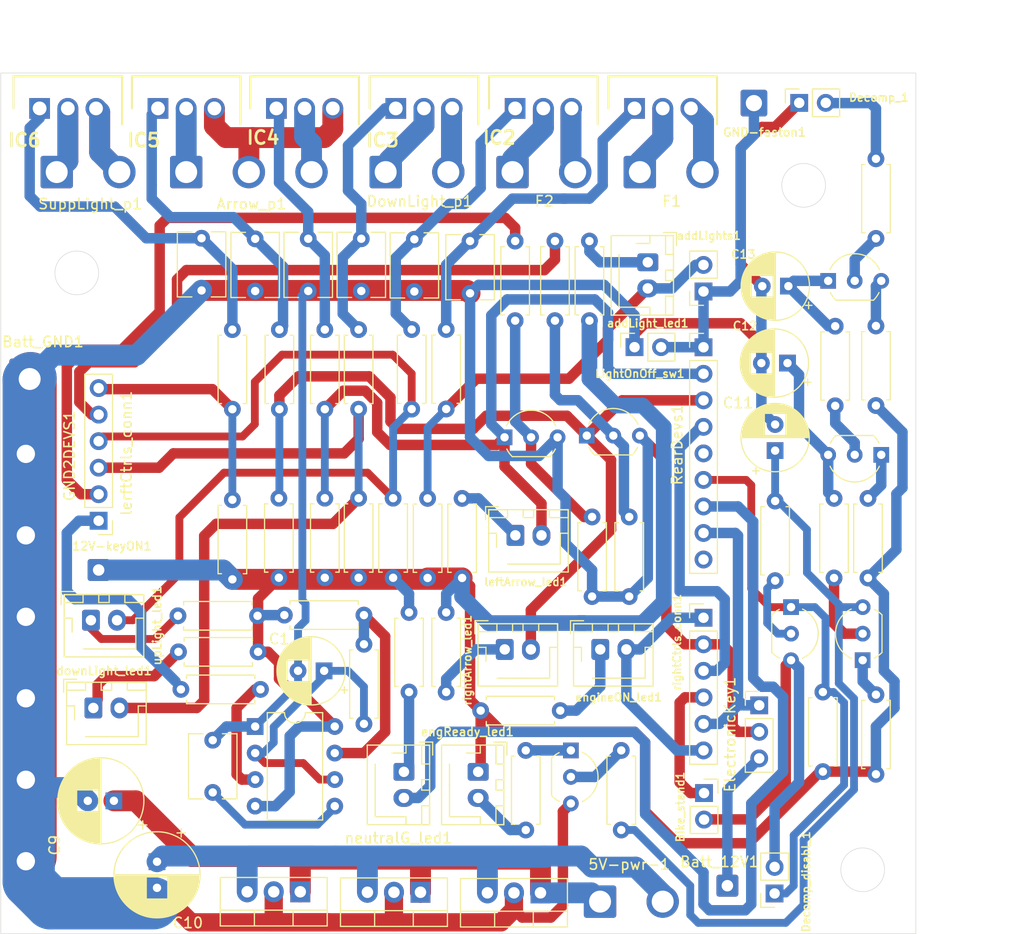
<source format=kicad_pcb>
(kicad_pcb (version 20211014) (generator pcbnew)
  (title_block (title "Impianto elettrico moto") (rev "4.0") (comment 1 "Cirsuito con supporto luci addizionali e senza  luci di posizione") (comment 2 "Supporto decompressore + byke-stand") (comment 3 "Connettore chiave elettronica"))
  (layers (0 "F.Cu" signal) (31 "B.Cu" signal) (34 "B.Paste" user) (35 "F.Paste" user) (36 "B.SilkS" user "B.Silkscreen") (37 "F.SilkS" user "F.Silkscreen") (38 "B.Mask" user) (39 "F.Mask" user) (44 "Edge.Cuts" user))
  (net 0 "")
  (net 1 "Net-(Q_arr2-Pad2)")
  (net 2 "Net-(Q_arr1-Pad2)")
  (net 3 "GND")
  (net 4 "Net-(RA1-Pad2)")
  (net 5 "Net-(RA2-Pad2)")
  (net 6 "Net-(C1-Pad1)")
  (net 7 "+12V")
  (net 8 "Net-(C2-Pad2)")
  (net 9 "Net-(RC1-Pad1)")
  (net 10 "Net-(Q_arr1-Pad1)")
  (net 11 "Net-(RBT2-Pad2)")
  (net 12 "Net-(RBT6-Pad2)")
  (net 13 "Net-(Q_arr2-Pad1)")
  (net 14 "Net-(RA7-Pad1)")
  (net 15 "Net-(C8-Pad1)")
  (net 16 "Net-(RearDevs1-Pad7)")
  (net 17 "Net-(engineON_led1-Pad2)")
  (net 18 "Net-(RL6-Pad1)")
  (net 19 "Net-(RL1-Pad1)")
  (net 20 "Net-(RL2-Pad1)")
  (net 21 "Net-(RL5-Pad1)")
  (net 22 "Net-(RL4-Pad1)")
  (net 23 "Net-(RL3-Pad1)")
  (net 26 "Net-(C7-Pad1)")
  (net 27 "Net-(RearDevs1-Pad4)")
  (net 28 "Net-(RL7-Pad1)")
  (net 29 "Net-(RBT1-Pad2)")
  (net 30 "Net-(C6-Pad1)")
  (net 31 "Net-(C5-Pad1)")
  (net 32 "Net-(BT5-Pad1)")
  (net 33 "Net-(C4-Pad1)")
  (net 34 "Net-(C3-Pad1)")
  (net 35 "Net-(F1-Pad1)")
  (net 36 "Net-(F1-Pad2)")
  (net 37 "Net-(F2-Pad1)")
  (net 38 "Net-(F2-Pad2)")
  (net 39 "Net-(Decomp_1-Pad2)")
  (net 40 "Net-(DownLight_p1-Pad1)")
  (net 41 "Net-(DownLight_p1-Pad2)")
  (net 42 "Net-(GND-faston1-Pad1)")
  (net 43 "Net-(C13-Pad1)")
  (net 44 "Net-(C11-Pad1)")
  (net 45 "Net-(C12-Pad1)")
  (net 46 "Net-(5V-pwr-1-Pad1)")
  (net 47 "Net-(5V-pwr-1-Pad2)")
  (net 48 "Net-(DC4-Pad1)")
  (net 49 "Net-(DC1-Pad2)")
  (net 50 "Net-(DC5-Pad1)")
  (net 51 "Net-(DC2-Pad2)")
  (net 52 "Net-(DC5-Pad2)")
  (net 53 "Net-(DC3-Pad2)")
  (net 54 "Net-(DC4-Pad2)")
  (net 55 "Net-(DC1-Pad3)")
  (net 56 "Net-(DC2-Pad1)")
  (net 57 "Net-(DC3-Pad1)")
  (net 58 "Net-(Bike_stand1-Pad1)")
  (net 59 "Net-(Arrow_p1-Pad3)")
  (net 60 "Net-(Arrow_p1-Pad2)")
  (net 61 "Net-(RE1-Pad1)")
  (net 62 "Net-(RE1-Pad2)")
  (net 63 "Net-(Bike_stand1-Pad2)")
  (net 64 "Net-(Arrow_p1-Pad1)")
  (net 65 "Net-(IC6-Pad2)")
  (net 66 "Net-(IC6-Pad3)")
  (net 67 "Net-(Batt_12V1-Pad1)")
  (net 68 "Net-(ElectronicKey1-Pad1)")
  (footprint "Resistor_THT:R_Axial_DIN0207_L6.3mm_D2.5mm_P7.62mm_Horizontal" (layer "F.Cu") (at 176.284 79.39 90)
    (fp_text reference "RA2" hide)
    (fp_text value "5K")
  )
  (footprint "BDX34C:TO270P460X1020X2008-3P" (layer "F.Cu") (at 149.614 59.07)
    (fp_text reference "IC4")
    (fp_text value "BDX34C" hide)
  )
  (footprint "Package_DIP:DIP-8_W7.62mm" (layer "F.Cu") (at 147.582 118.252)
    (fp_text reference "sqWaveGen1" hide)
    (fp_text value "NE555P")
  )
  (footprint "Connector_Wire:SolderWire-1.5sqmm_1x02_P6mm_D1.7mm_OD3mm" (layer "F.Cu") (at 160.076 65.166)
    (fp_text reference "DownLight_p1")
    (fp_text value "Conn_01x02" hide)
  )
  (footprint "Capacitor_THT:C_Disc_D6.0mm_W4.4mm_P5.00mm" (layer "F.Cu") (at 152.662 71.55 -90)
    (fp_text reference "C5" hide)
    (fp_text value "100nf")
  )
  (footprint "Connector_Wire:SolderWire-1.5sqmm_1x01_D1.7mm_OD3.9mm" (layer "F.Cu") (at 125.992 84.978)
    (fp_text reference "Batt_GND1")
    (fp_text value "Conn_01x01" hide)
  )
  (footprint "Resistor_THT:R_Axial_DIN0207_L6.3mm_D2.5mm_P7.62mm_Horizontal" (layer "F.Cu") (at 207.018 115.204 -90)
    (fp_text reference "RL8" hide)
    (fp_text value "1.2K")
  )
  (footprint "Connector_JST:JST_XH_B2B-XH-AM_1x02_P2.50mm_Vertical" (layer "F.Cu") (at 185.174 73.802 -90)
    (fp_text reference "addLight_led1")
    (fp_text value "Conn_01x02" hide)
  )
  (footprint "Connector_Wire:SolderWire-0.5sqmm_1x01_D0.9mm_OD2.1mm" (layer "F.Cu") (at 132.596 103.266)
    (fp_text reference "12V-keyON1")
    (fp_text value "Conn_01x01" hide)
  )
  (footprint "Connector_JST:JST_XH_B2B-XH-AM_1x02_P2.50mm_Vertical" (layer "F.Cu") (at 168.935 122.59 -90)
    (fp_text reference "engReady_led1")
    (fp_text value "Conn_01x02" hide)
  )
  (footprint "Capacitor_THT:CP_Radial_D8.0mm_P2.50mm" (layer "F.Cu") (at 134.055953 125.364 180)
    (fp_text reference "C9")
    (fp_text value "C_Polarized_Small" hide)
  )
  (footprint "Capacitor_THT:CP_Radial_D6.3mm_P2.50mm" (layer "F.Cu") (at 198.54838 83.454 180)
    (fp_text reference "C12")
    (fp_text value "50uF")
  )
  (footprint "Package_TO_SOT_THT:TO-92_Inline_Wide" (layer "F.Cu") (at 205.748 111.902 90)
    (fp_text reference "DC3" hide)
    (fp_text value "BC337")
  )
  (footprint "Resistor_THT:R_Axial_DIN0207_L6.3mm_D2.5mm_P7.62mm_Horizontal" (layer "F.Cu") (at 179.84 105.806 90)
    (fp_text reference "RB1" hide)
    (fp_text value "100K")
  )
  (footprint "BDX34C:TO270P460X1020X2008-3P" (layer "F.Cu") (at 161.044 59.07)
    (fp_text reference "IC3")
    (fp_text value "BDX34C" hide)
  )
  (footprint "Connector_Wire:SolderWire-1.5sqmm_1x02_P6mm_D1.7mm_OD3mm" (layer "F.Cu") (at 184.412 65.166)
    (fp_text reference "F1")
    (fp_text value "Conn_01x02" hide)
  )
  (footprint "Connector_JST:JST_XH_B2B-XH-AM_1x02_P2.50mm_Vertical" (layer "F.Cu") (at 172.494 99.947)
    (fp_text reference "leftArrow_led1")
    (fp_text value "Conn_01x02" hide)
  )
  (footprint "Resistor_THT:R_Axial_DIN0207_L6.3mm_D2.5mm_P7.62mm_Horizontal" (layer "F.Cu") (at 165.872 87.85 90)
    (fp_text reference "RTA6" hide)
    (fp_text value "1.2K")
  )
  (footprint "Package_TO_SOT_THT:TO-220-3_Vertical" (layer "F.Cu") (at 151.899 134.075 180)
    (fp_text reference "U3" hide)
    (fp_text value "L7805")
  )
  (footprint "Resistor_THT:R_Axial_DIN0207_L6.3mm_D2.5mm_P7.62mm_Horizontal" (layer "F.Cu") (at 206.256 96.408 -90)
    (fp_text reference "RL9" hide)
    (fp_text value "1.2K")
  )
  (footprint "Connector_Wire:SolderWire-1.5sqmm_1x02_P6mm_D1.7mm_OD3mm" (layer "F.Cu") (at 172.22 65.166)
    (fp_text reference "F2")
    (fp_text value "Conn_01x02" hide)
  )
  (footprint "Resistor_THT:R_Axial_DIN0207_L6.3mm_D2.5mm_P7.62mm_Horizontal" (layer "F.Cu") (at 149.85 96.39 -90)
    (fp_text reference "RBT4" hide)
    (fp_text value "100K")
  )
  (footprint "Package_TO_SOT_THT:TO-92_Inline_Wide" (layer "F.Cu") (at 198.89 106.822 -90)
    (fp_text reference "DC4" hide)
    (fp_text value "BC337")
  )
  (footprint "Connector_PinSocket_2.54mm:PinSocket_1x02_P2.54mm_Vertical" (layer "F.Cu") (at 197.316 134.234 180)
    (fp_text reference "Decomp_disabl_1")
    (fp_text value "Conn_01x02" hide)
  )
  (footprint "Capacitor_THT:C_Disc_D6.0mm_W4.4mm_P5.00mm" (layer "F.Cu") (at 142.45 71.5 -90)
    (fp_text reference "C7" hide)
    (fp_text value "100nf")
  )
  (footprint "Resistor_THT:R_Axial_DIN0207_L6.3mm_D2.5mm_P7.62mm_Horizontal" (layer "F.Cu") (at 179.586 71.77 -90)
    (fp_text reference "RL7" hide)
    (fp_text value "1.2K")
  )
  (footprint "Package_TO_SOT_THT:TO-92_Inline_Wide" (layer "F.Cu") (at 179.332 90.4)
    (fp_text reference "Q_arr2" hide)
    (fp_text value "BC337")
  )
  (footprint "Connector_JST:JST_XH_B2B-XH-AM_1x02_P2.50mm_Vertical" (layer "F.Cu") (at 171.478 110.869)
    (fp_text reference "rightArrow_led1")
    (fp_text value "Conn_01x02" hide)
  )
  (footprint "Resistor_THT:R_Axial_DIN0207_L6.3mm_D2.5mm_P7.62mm_Horizontal" (layer "F.Cu") (at 197.366 96.662 -90)
    (fp_text reference "RA3" hide)
    (fp_text value "12K")
  )
  (footprint "Package_TO_SOT_THT:TO-92_Inline_Wide" (layer "F.Cu") (at 171.458 90.56)
    (fp_text reference "Q_arr1" hide)
    (fp_text value "BC337")
  )
  (footprint "Resistor_THT:R_Axial_DIN0207_L6.3mm_D2.5mm_P7.62mm_Horizontal" (layer "F.Cu") (at 162.568 80.24 -90)
    (fp_text reference "RTA1" hide)
    (fp_text value "1.2K")
  )
  (footprint "Package_TO_SOT_THT:TO-92_Inline_Wide" (layer "F.Cu") (at 207.526 92.238 180)
    (fp_text reference "DC2" hide)
    (fp_text value "BC337")
  )
  (footprint "Resistor_THT:R_Axial_DIN0207_L6.3mm_D2.5mm_P7.62mm_Horizontal" (layer "F.Cu") (at 145.4 96.54 -90)
    (fp_text reference "BT5" hide)
    (fp_text value "100K")
  )
  (footprint "BDX34C:TO270P460X1020X2008-3P" (layer "F.Cu") (at 172.474 59.07)
    (fp_text reference "IC2")
    (fp_text value "BDX34C" hide)
  )
  (footprint "Capacitor_THT:C_Disc_D6.0mm_W4.4mm_P5.00mm" (layer "F.Cu") (at 168.156 71.77 -90)
    (fp_text reference "C8" hide)
    (fp_text value "100nf")
  )
  (footprint "Resistor_THT:R_Axial_DIN0207_L6.3mm_D2.5mm_P7.62mm_Horizontal" (layer "F.Cu") (at 201.938 114.95 -90)
    (fp_text reference "RB3" hide)
    (fp_text value "100K")
  )
  (footprint "Connector_JST:JST_XH_B2B-XH-AM_1x02_P2.50mm_Vertical" (layer "F.Cu") (at 131.854 108.075)
    (fp_text reference "upLight_led1")
    (fp_text value "Conn_01x02" hide)
  )
  (footprint "BDX34C:TO270P460X1020X2008-3P" (layer "F.Cu") (at 126.944 59.07)
    (fp_text reference "IC6")
    (fp_text value "BDX34C" hide)
  )
  (footprint "Resistor_THT:R_Axial_DIN0207_L6.3mm_D2.5mm_P7.62mm_Horizontal" (layer "F.Cu") (at 157.996 107.584 180)
    (fp_text reference "RC2" hide)
    (fp_text value "100K")
  )
  (footprint "Resistor_THT:R_Axial_DIN0207_L6.3mm_D2.5mm_P7.62mm_Horizontal" (layer "F.Cu") (at 157.996 110.378 -90)
    (fp_text reference "RC1" hide)
    (fp_text value "100K")
  )
  (footprint "Resistor_THT:R_Axial_DIN0207_L6.3mm_D2.5mm_P7.62mm_Horizontal" (layer "F.Cu") (at 183.396 105.806 90)
    (fp_text reference "RB2" hide)
    (fp_text value "100K")
  )
  (footprint "Capacitor_THT:C_Disc_D6.0mm_W4.4mm_P5.00mm" (layer "F.Cu") (at 162.822 71.6 -90)
    (fp_text reference "C3" hide)
    (fp_text value "100nf")
  )
  (footprint "Resistor_THT:R_Axial_DIN0207_L6.3mm_D2.5mm_P7.62mm_Horizontal" (layer "F.Cu") (at 145.4 80.25 -90)
    (fp_text reference "RTA5" hide)
    (fp_text value "1.2K")
  )
  (footprint "Connector_PinHeader_2.54mm:PinHeader_1x06_P2.54mm_Vertical" (layer "F.Cu") (at 190.508 107.838)
    (fp_text reference "rightCtrls_conn1")
    (fp_text value "Conn_01x06" hide)
  )
  (footprint "Resistor_THT:R_Axial_DIN0207_L6.3mm_D2.5mm_P7.62mm_Horizontal" (layer "F.Cu") (at 157.488 80.25 -90)
    (fp_text reference "RTA2" hide)
    (fp_text value "1.2K")
  )
  (footprint "Connector_PinHeader_2.54mm:PinHeader_1x06_P2.54mm_Vertical" (layer "F.Cu") (at 132.596 98.55 180)
    (fp_text reference "lerftCtrls_conn1")
    (fp_text value "Conn_01x06" hide)
  )
  (footprint "Package_TO_SOT_THT:TO-220-3_Vertical" (layer "F.Cu") (at 163.409 134.12 180)
    (fp_text reference "U2" hide)
    (fp_text value "L7805")
  )
  (footprint "Resistor_THT:R_Axial_DIN0207_L6.3mm_D2.5mm_P7.62mm_Horizontal" (layer "F.Cu") (at 140.19 107.65)
    (fp_text reference "RL1" hide)
    (fp_text value "1.2K")
  )
  (footprint "Connector_PinSocket_2.54mm:PinSocket_1x02_P2.54mm_Vertical" (layer "F.Cu") (at 183.904 81.93 90)
    (fp_text reference "LightOnOff_sw1")
    (fp_text value "Conn_01x02" hide)
  )
  (footprint "Package_TO_SOT_THT:TO-92_Inline_Wide" (layer "F.Cu") (at 177.808 120.538 -90)
    (fp_text reference "DC5" hide)
    (fp_text value "BC337")
  )
  (footprint "Resistor_THT:R_Axial_DIN0207_L6.3mm_D2.5mm_P7.62mm_Horizontal" (layer "F.Cu") (at 162.314 114.95 90)
    (fp_text reference "RL5" hide)
    (fp_text value "1.2K")
  )
  (footprint "Resistor_THT:R_Axial_DIN0207_L6.3mm_D2.5mm_P7.62mm_Horizontal" (layer "F.Cu") (at 172.474 79.39 90)
    (fp_text reference "RA1" hide)
    (fp_text value "5K")
  )
  (footprint "Resistor_THT:R_Axial_DIN0207_L6.3mm_D2.5mm_P7.62mm_Horizontal" (layer "F.Cu") (at 165.87 114.95 90)
    (fp_text reference "RL4" hide)
    (fp_text value "1.2K")
  )
  (footprint "Capacitor_THT:CP_Radial_D6.3mm_P2.50mm" (layer "F.Cu") (at 197.366 91.836 90)
    (fp_text reference "C11")
    (fp_text value "50uF")
  )
  (footprint "Connector_Wire:SolderWire-0.75sqmm_1x01_D1.25mm_OD2.3mm" (layer "F.Cu") (at 195.334 58.562)
    (fp_text reference "GND-faston1")
    (fp_text value "Conn_01x01" hide)
  )
  (footprint "Connector_JST:JST_XH_B2B-XH-AM_1x02_P2.50mm_Vertical" (layer "F.Cu") (at 180.622 110.869)
    (fp_text reference "engineON_led1")
    (fp_text value "Conn_01x02" hide)
  )
  (footprint "Capacitor_THT:CP_Radial_D6.3mm_P2.50mm" (layer "F.Cu") (at 198.636 76.088 180)
    (fp_text reference "C13")
    (fp_text value "50uF")
  )
  (footprint "BDX34C:TO270P460X1020X2008-3P" (layer "F.Cu") (at 138.278 59.07)
    (fp_text reference "IC5")
    (fp_text value "BDX34C" hide)
  )
  (footprint "Resistor_THT:R_Axial_DIN0207_L6.3mm_D2.5mm_P7.62mm_Horizontal" (layer "F.Cu") (at 203.006 96.408 -90)
    (fp_text reference "RA4" hide)
    (fp_text value "24K")
  )
  (footprint "Resistor_THT:R_Axial_DIN0207_L6.3mm_D2.5mm_P7.62mm_Horizontal" (layer "F.Cu") (at 167.394 96.408 -90)
    (fp_text reference "RL3" hide)
    (fp_text value "1.2K")
  )
  (footprint "Resistor_THT:R_Axial_DIN0207_L6.3mm_D2.5mm_P7.62mm_Horizontal" (layer "F.Cu") (at 207.018 63.896 -90)
    (fp_text reference "RA8" hide)
    (fp_text value "24K")
  )
  (footprint "Connector_Wire:SolderWire-1.5sqmm_1x02_P6mm_D1.7mm_OD3mm" (layer "F.Cu") (at 128.58 65.166)
    (fp_text reference "SuppLight_p1")
    (fp_text value "Conn_01x02" hide)
  )
  (footprint "Resistor_THT:R_Axial_DIN0207_L6.3mm_D2.5mm_P7.62mm_Horizontal" (layer "F.Cu") (at 182.634 120.538 -90)
    (fp_text reference "RA5" hide)
    (fp_text value "12K")
  )
  (footprint "Resistor_THT:R_Axial_DIN0207_L6.3mm_D2.5mm_P7.62mm_Horizontal" (layer "F.Cu") (at 176.792 116.728 180)
    (fp_text reference "RL6" hide)
    (fp_text value "1.2K")
  )
  (footprint "Resistor_THT:R_Axial_DIN0207_L6.3mm_D2.5mm_P7.62mm_Horizontal" (layer "F.Cu") (at 157.488 104.01 90)
    (fp_text reference "RBT2" hide)
    (fp_text value "100K")
  )
  (footprint "Capacitor_THT:CP_Radial_D8.0mm_P2.50mm" (layer "F.Cu") (at 138.184 131.197349 -90)
    (fp_text reference "C10")
    (fp_text value "C_Polarized_Small" hide)
  )
  (footprint "Resistor_THT:R_Axial_DIN0207_L6.3mm_D2.5mm_P7.62mm_Horizontal" (layer "F.Cu") (at 207.018 79.898 -90)
    (fp_text reference "RL10" hide)
    (fp_text value "1.2K")
  )
  (footprint "Connector_Wire:SolderWire-1.5sqmm_1x03_P6mm_D1.7mm_OD3mm" (layer "F.Cu") (at 140.978 65.166)
    (fp_text reference "Arrow_p1")
    (fp_text value "Conn_01x03" hide)
  )
  (footprint "Connector_PinSocket_2.54mm:PinSocket_1x02_P2.54mm_Vertical" (layer "F.Cu") (at 190.558 124.622)
    (fp_text reference "Bike_stand1")
    (fp_text value "Conn_01x02" hide)
  )
  (footprint "Package_TO_SOT_THT:TO-220-3_Vertical" (layer "F.Cu") (at 174.899 134.175 180)
    (fp_text reference "U1" hide)
    (fp_text value "L7805")
  )
  (footprint "Capacitor_THT:C_Disc_D6.0mm_W4.4mm_P5.00mm" (layer "F.Cu") (at 157.742 71.55 -90)
    (fp_text reference "C4" hide)
    (fp_text value "100nf")
  )
  (footprint "Resistor_THT:R_Axial_DIN0207_L6.3mm_D2.5mm_P7.62mm_Horizontal" (layer "F.Cu") (at 154.25 80.25 -90)
    (fp_text reference "RTA3" hide)
    (fp_text value "1.2K")
  )
  (footprint "Capacitor_THT:C_Disc_D6.0mm_W4.4mm_P5.00mm" (layer "F.Cu") (at 143.518 119.562 -90)
    (fp_text reference "C2" hide)
    (fp_text value "100nf")
  )
  (footprint "Connector_PinHeader_2.54mm:PinHeader_1x03_P2.54mm_Vertical" (layer "F.Cu") (at 195.842 116.22)
    (fp_text reference "ElectronicKey1")
    (fp_text value "Conn_01x03" hide)
  )
  (footprint "Resistor_THT:R_Axial_DIN0207_L6.3mm_D2.5mm_P7.62mm_Horizontal" (layer "F.Cu") (at 160.79 104.01 90)
    (fp_text reference "RBT1" hide)
    (fp_text value "100K")
  )
  (footprint "Connector_JST:JST_XH_B2B-XH-AM_1x02_P2.50mm_Vertical" (layer "F.Cu") (at 161.823 122.59 -90)
    (fp_text reference "neutralG_led1")
    (fp_text value "Conn_01x02" hide)
  )
  (footprint "Connector_Wire:SolderWire-1.5sqmm_1x02_P6mm_D1.7mm_OD3mm" (layer "F.Cu") (at 180.602 135.016)
    (fp_text reference "5V-pwr-1")
    (fp_text value "Conn_01x02" hide)
  )
  (footprint "Connector_PinHeader_2.54mm:PinHeader_1x09_P2.54mm_Vertical" (layer "F.Cu") (at 190.508 81.94)
    (fp_text reference "RearDevs1")
    (fp_text value "Conn_01x09" hide)
  )
  (footprint "Capacitor_THT:C_Disc_D6.0mm_W4.4mm_P5.00mm" (layer "F.Cu") (at 147.582 71.556 -90)
    (fp_text reference "C6" hide)
    (fp_text value "100nf")
  )
  (footprint "Connector_Wire:SolderWire-1sqmm_1x06_P7.8mm_D1.4mm_OD3.9mm" (layer "F.Cu") (at 125.625 92.148 -90)
    (fp_text reference "GND2DEVS1")
    (fp_text value "Conn_01x06" hide)
  )
  (footprint "Resistor_THT:R_Axial_DIN0207_L6.3mm_D2.5mm_P7.62mm_Horizontal" (layer "F.Cu") (at 140.24 111.1)
    (fp_text reference "RL2" hide)
    (fp_text value "1.2K")
  )
  (footprint "Resistor_THT:R_Axial_DIN0207_L6.3mm_D2.5mm_P7.62mm_Horizontal" (layer "F.Cu") (at 154.25 104.01 90)
    (fp_text reference "RBT3" hide)
    (fp_text value "100K")
  )
  (footprint "Resistor_THT:R_Axial_DIN0207_L6.3mm_D2.5mm_P7.62mm_Horizontal" (layer "F.Cu") (at 149.9 80.25 -90)
    (fp_text reference "RTA4" hide)
    (fp_text value "1.2K")
  )
  (footprint "BDX34C:TO270P460X1020X2008-3P" (layer "F.Cu") (at 183.904 59.07)
    (fp_text reference "IC1" hide)
    (fp_text value "BDX34C" hide)
  )
  (footprint "Connector_PinSocket_2.54mm:PinSocket_1x02_P2.54mm_Vertical" (layer "F.Cu") (at 190.508 76.596 180)
    (fp_text reference "addLights1")
    (fp_text value "Conn_01x02" hide)
  )
  (footprint "Connector_Wire:SolderWire-0.5sqmm_1x01_D0.9mm_OD2.1mm" (layer "F.Cu") (at 192.794 133.492)
    (fp_text reference "Batt_12V1")
    (fp_text value "Conn_01x01" hide)
  )
  (footprint "Connector_PinSocket_2.54mm:PinSocket_1x02_P2.54mm_Vertical" (layer "F.Cu") (at 199.672 58.537 90)
    (fp_text reference "Decomp_1")
    (fp_text value "Conn_01x02" hide)
  )
  (footprint "Resistor_THT:R_Axial_DIN0207_L6.3mm_D2.5mm_P7.62mm_Horizontal" (layer "F.Cu") (at 173.49 128.158 90)
    (fp_text reference "RA7" hide)
    (fp_text value "1.2K")
  )
  (footprint "Resistor_THT:R_Axial_DIN0207_L6.3mm_D2.5mm_P7.62mm_Horizontal" (layer "F.Cu") (at 164.092 104.028 90)
    (fp_text reference "RBT6" hide)
    (fp_text value "100K")
  )
  (footprint "Capacitor_THT:CP_Radial_D6.3mm_P2.50mm" (layer "F.Cu") (at 154.186 112.918 180)
    (fp_text reference "C1")
    (fp_text value "1uF")
  )
  (footprint "Resistor_THT:R_Axial_DIN0207_L6.3mm_D2.5mm_P7.62mm_Horizontal" (layer "F.Cu") (at 203.118 79.923 -90)
    (fp_text reference "RA6" hide)
    (fp_text value "24K")
  )
  (footprint "Connector_JST:JST_XH_B2B-XH-AM_1x02_P2.50mm_Vertical" (layer "F.Cu") (at 132.088 116.474)
    (fp_text reference "downLight_led1")
    (fp_text value "Conn_01x02" hide)
  )
  (footprint "Package_TO_SOT_THT:TO-92_Inline_Wide" (layer "F.Cu") (at 202.446 75.58)
    (fp_text reference "DC1" hide)
    (fp_text value "BC327")
  )
  (footprint "Resistor_THT:R_Axial_DIN0207_L6.3mm_D2.5mm_P7.62mm_Horizontal" (layer "F.Cu") (at 148.09 114.696 180)
    (fp_text reference "RE1" hide)
    (fp_text value "5K")
  )
  (gr_circle (center 200.097463 66.436) (end 202.129463 65.928) (layer "Edge.Cuts") (width 0.05) (fill none))
  (gr_circle (center 205.747999 131.968) (end 207.779999 131.46) (layer "Edge.Cuts") (width 0.05) (fill none))
  (gr_circle (center 130.501463 74.818) (end 132.533463 74.31) (layer "Edge.Cuts") (width 0.05) (fill none))
  (gr_rect (start 123.23 55.68) (end 210.839 138.08) (layer "Edge.Cuts") (width 0.05) (fill none))
  (segment (start 182.888 91.416) (end 181.872 90.4) (width 1) (layer "B.Cu") (net 1))
  (segment (start 176.284 86.502) (end 176.284 79.39) (width 1) (layer "B.Cu") (net 1))
  (segment (start 178.482 87.01) (end 176.792 87.01) (width 1) (layer "B.Cu") (net 1))
  (segment (start 183.396 98.186) (end 182.888 97.678) (width 1) (layer "B.Cu") (net 1))
  (segment (start 181.872 90.4) (end 178.482 87.01) (width 1) (layer "B.Cu") (net 1))
  (segment (start 182.888 97.678) (end 182.888 91.416) (width 1) (layer "B.Cu") (net 1))
  (segment (start 176.792 87.01) (end 176.284 86.502) (width 1) (layer "B.Cu") (net 1))
  (segment (start 173.998 93.106) (end 179.078 98.186) (width 1) (layer "F.Cu") (net 2))
  (segment (start 173.998 90.56) (end 173.998 93.106) (width 1) (layer "F.Cu") (net 2))
  (segment (start 179.078 98.186) (end 179.84 98.186) (width 1) (layer "F.Cu") (net 2))
  (segment (start 172.474 89.036) (end 173.998 90.56) (width 1) (layer "B.Cu") (net 2))
  (segment (start 172.474 79.39) (end 172.474 89.036) (width 1) (layer "B.Cu") (net 2))
  (segment (start 190.508 110.378) (end 188.73 110.378) (width 1) (layer "F.Cu") (net 3))
  (segment (start 186.952 108.6) (end 186.952 92.94) (width 1) (layer "F.Cu") (net 3))
  (segment (start 196.096 60.848) (end 197.361 60.848) (width 1) (layer "F.Cu") (net 3))
  (segment (start 149.359 134.075) (end 149.359 136.66) (width 1.75) (layer "F.Cu") (net 3))
  (segment (start 196.136 76.088) (end 194.064 74.016) (width 1) (layer "F.Cu") (net 3))
  (segment (start 175.8865 136.54) (end 173.139 136.54) (width 1) (layer "F.Cu") (net 3))
  (segment (start 173.139 136.54) (end 172.359 135.76) (width 1) (layer "F.Cu") (net 3))
  (segment (start 197.361 60.848) (end 199.672 58.537) (width 1) (layer "F.Cu") (net 3))
  (segment (start 160.944 137) (end 149.019 137) (width 1.75) (layer "F.Cu") (net 3))
  (segment (start 177.046 126.38) (end 177.046 135.3805) (width 1) (layer "F.Cu") (net 3))
  (segment (start 188.73 110.378) (end 186.952 108.6) (width 1) (layer "F.Cu") (net 3))
  (segment (start 126.075 130.698) (end 125.625 131.148) (width 1) (layer "F.Cu") (net 3))
  (segment (start 154.6 137) (end 141.438 137) (width 1.75) (layer "F.Cu") (net 3))
  (segment (start 194.064 79.644) (end 196.04838 81.62838) (width 1) (layer "F.Cu") (net 3))
  (segment (start 126.075 84.898) (end 126.075 130.698) (width 5) (layer "F.Cu") (net 3))
  (segment (start 171.119 137) (end 160.944 137) (width 1.75) (layer "F.Cu") (net 3))
  (segment (start 184.92 79.644) (end 194.064 79.644) (width 1) (layer "F.Cu") (net 3))
  (segment (start 149.359 136.66) (end 149.019 137) (width 1) (layer "F.Cu") (net 3))
  (segment (start 193.81 118.76) (end 193.302 118.252) (width 1) (layer "F.Cu") (net 3))
  (segment (start 195.842 118.76) (end 193.81 118.76) (width 1) (layer "F.Cu") (net 3))
  (segment (start 160.869 134.12) (end 160.869 136.925) (width 1.75) (layer "F.Cu") (net 3))
  (segment (start 183.904 81.93) (end 183.904 80.66) (width 1) (layer "F.Cu") (net 3))
  (segment (start 167.886 76.5) (end 168.156 76.77) (width 2) (layer "F.Cu") (net 3))
  (segment (start 192.286 110.378) (end 190.508 110.378) (width 1) (layer "F.Cu") (net 3))
  (segment (start 160.869 136.925) (end 160.944 137) (width 1) (layer "F.Cu") (net 3))
  (segment (start 142.45 76.5) (end 167.886 76.5) (width 2) (layer "F.Cu") (net 3))
  (segment (start 177.046 135.3805) (end 175.8865 136.54) (width 1) (layer "F.Cu") (net 3))
  (segment (start 138.184 133.746) (end 138.184 133.697349) (width 1.75) (layer "F.Cu") (net 3))
  (segment (start 193.302 111.394) (end 192.286 110.378) (width 1) (layer "F.Cu") (net 3))
  (segment (start 186.952 92.94) (end 184.412 90.4) (width 1) (layer "F.Cu") (net 3))
  (segment (start 141.438 137) (end 138.184 133.746) (width 1.75) (layer "F.Cu") (net 3))
  (segment (start 172.359 135.76) (end 171.119 137) (width 1.75) (layer "F.Cu") (net 3))
  (segment (start 177.808 125.618) (end 177.046 126.38) (width 1) (layer "F.Cu") (net 3))
  (segment (start 194.064 62.88) (end 196.096 60.848) (width 1) (layer "F.Cu") (net 3))
  (segment (start 196.04838 81.62838) (end 196.04838 83.454) (width 1) (layer "F.Cu") (net 3))
  (segment (start 194.064 74.016) (end 194.064 62.88) (width 1) (layer "F.Cu") (net 3))
  (segment (start 193.302 118.252) (end 193.302 111.394) (width 1) (layer "F.Cu") (net 3))
  (segment (start 172.359 134.175) (end 172.359 135.76) (width 1.75) (layer "F.Cu") (net 3))
  (segment (start 183.904 80.66) (end 184.92 79.644) (width 1) (layer "F.Cu") (net 3))
  (segment (start 183.396 105.806) (end 179.84 105.806) (width 1) (layer "B.Cu") (net 3))
  (segment (start 184.412 90.4) (end 185.174 91.162) (width 1) (layer "B.Cu") (net 3))
  (segment (start 142.45 76.475) (end 142.45 76.5) (width 1) (layer "B.Cu") (net 3))
  (segment (start 126.371 124.094) (end 125.625 123.348) (width 1) (layer "B.Cu") (net 3))
  (segment (start 131.555953 125.364) (end 130.285953 124.094) (width 2) (layer "B.Cu") (net 3))
  (segment (start 125.9 85.073) (end 126.075 84.898) (width 5) (layer "B.Cu") (net 3))
  (segment (start 128.278 82.692) (end 136.233 82.692) (width 2) (layer "B.Cu") (net 3))
  (segment (start 151.686 108.814) (end 152.408 108.092) (width 0.75) (layer "B.Cu") (net 3))
  (segment (start 143.518 119.562) (end 144.828 118.252) (width 1) (layer "B.Cu") (net 3))
  (segment (start 185.174 104.028) (end 183.396 105.806) (width 1) (layer "B.Cu") (net 3))
  (segment (start 176.538 95.646) (end 176.538 90.56) (width 1) (layer "B.Cu") (net 3))
  (segment (start 125.9 85.07) (end 125.992 84.978) (width 5) (layer "B.Cu") (net 3))
  (segment (start 196.136 76.088) (end 196.04838 76.17562) (width 1) (layer "B.Cu") (net 3))
  (segment (start 168.156 76.77) (end 168.955999 75.970001) (width 1) (layer "B.Cu") (net 3))
  (segment (start 177.3 100.726) (end 177.3 96.408) (width 1) (layer "B.Cu") (net 3))
  (segment (start 168.156 90.566) (end 168.156 76.77) (width 1) (layer "B.Cu") (net 3))
  (segment (start 196.04838 88.01838) (end 197.366 89.336) (width 1) (layer "B.Cu") (net 3))
  (segment (start 176.538 90.56) (end 174.754 92.344) (width 1) (layer "B.Cu") (net 3))
  (segment (start 152.1 77.112) (end 152.662 76.55) (width 1) (layer "B.Cu") (net 3))
  (segment (start 151.686 114.148) (end 151.686 108.814) (width 0.75) (layer "B.Cu") (net 3))
  (segment (start 130.285953 124.094) (end 126.371 124.094) (width 2) (layer "B.Cu") (net 3))
  (segment (start 185.174 91.162) (end 185.174 104.028) (width 1) (layer "B.Cu") (net 3))
  (segment (start 183.904 78.882) (end 183.904 81.93) (width 1) (layer "B.Cu") (net 3))
  (segment (start 152.408 108.092) (end 152.408 106.49038) (width 0.75) (layer "B.Cu") (net 3))
  (segment (start 152.408 106.49038) (end 152.1 106.18238) (width 0.75) (layer "B.Cu") (net 3))
  (segment (start 125.9 133.1) (end 125.9 85.07) (width 5) (layer "B.Cu") (net 3))
  (segment (start 152.1 106.18238) (end 152.1 77.112) (width 0.75) (layer "B.Cu") (net 3))
  (segment (start 125.992 84.978) (end 128.278 82.692) (width 2) (layer "B.Cu") (net 3))
  (segment (start 144.828 118.252) (end 147.582 118.252) (width 1) (layer "B.Cu") (net 3))
  (segment (start 168.955999 75.970001) (end 180.992001 75.970001) (width 1) (layer "B.Cu") (net 3))
  (segment (start 169.934 92.344) (end 168.156 90.566) (width 1) (layer "B.Cu") (net 3))
  (segment (start 196.04838 76.17562) (end 196.04838 88.01838) (width 1) (layer "B.Cu") (net 3))
  (segment (start 127.975 135.175) (end 125.9 133.1) (width 5) (layer "B.Cu") (net 3))
  (segment (start 177.3 96.408) (end 176.538 95.646) (width 1) (layer "B.Cu") (net 3))
  (segment (start 147.582 118.252) (end 151.686 114.148) (width 0.75) (layer "B.Cu") (net 3))
  (segment (start 180.992001 75.970001) (end 183.904 78.882) (width 1) (layer "B.Cu") (net 3))
  (segment (start 137.835 135.175) (end 127.975 135.175) (width 5) (layer "B.Cu") (net 3))
  (segment (start 179.84 103.266) (end 177.3 100.726) (width 1) (layer "B.Cu") (net 3))
  (segment (start 174.754 92.344) (end 169.934 92.344) (width 1) (layer "B.Cu") (net 3))
  (segment (start 179.84 105.806) (end 179.84 103.266) (width 1) (layer "B.Cu") (net 3))
  (segment (start 136.233 82.692) (end 142.45 76.475) (width 2) (layer "B.Cu") (net 3))
  (segment (start 129.548 94.63) (end 130.928 96.01) (width 1) (layer "F.Cu") (net 4))
  (segment (start 131.081 82.175) (end 129.548 83.708) (width 1) (layer "F.Cu") (net 4))
  (segment (start 129.548 83.708) (end 129.548 94.63) (width 1) (layer "F.Cu") (net 4))
  (segment (start 130.928 96.01) (end 132.596 96.01) (width 1) (layer "F.Cu") (net 4))
  (segment (start 139.175 69.55) (end 138.438 70.287) (width 1) (layer "F.Cu") (net 4))
  (segment (start 134.8 82.175) (end 131.081 82.175) (width 1) (layer "F.Cu") (net 4))
  (segment (start 172.474 70.5) (end 171.524 69.55) (width 1) (layer "F.Cu") (net 4))
  (segment (start 138.438 70.287) (end 138.438 78.537) (width 1) (layer "F.Cu") (net 4))
  (segment (start 171.524 69.55) (end 139.175 69.55) (width 1) (layer "F.Cu") (net 4))
  (segment (start 172.474 71.77) (end 172.474 70.5) (width 1) (layer "F.Cu") (net 4))
  (segment (start 138.438 78.537) (end 134.8 82.175) (width 1) (layer "F.Cu") (net 4))
  (segment (start 130.748 84.286) (end 130.748 87.194) (width 1) (layer "F.Cu") (net 5))
  (segment (start 175.282 74.55) (end 141 74.55) (width 1) (layer "F.Cu") (net 5))
  (segment (start 140.1 79.3) (end 136.025 83.375) (width 1) (layer "F.Cu") (net 5))
  (segment (start 140.1 75.45) (end 140.1 79.3) (width 1) (layer "F.Cu") (net 5))
  (segment (start 136.025 83.375) (end 131.659 83.375) (width 1) (layer "F.Cu") (net 5))
  (segment (start 141 74.55) (end 140.1 75.45) (width 1) (layer "F.Cu") (net 5))
  (segment (start 176.284 71.77) (end 176.284 73.548) (width 1) (layer "F.Cu") (net 5))
  (segment (start 130.748 87.194) (end 131.944 88.39) (width 1) (layer "F.Cu") (net 5))
  (segment (start 131.659 83.375) (end 130.748 84.286) (width 1) (layer "F.Cu") (net 5))
  (segment (start 131.944 88.39) (end 132.596 88.39) (width 1) (layer "F.Cu") (net 5))
  (segment (start 176.284 73.548) (end 175.282 74.55) (width 1) (layer "F.Cu") (net 5))
  (segment (start 152.182 121.752) (end 153.762 123.332) (width 0.75) (layer "F.Cu") (net 6))
  (segment (start 148.542 121.752) (end 152.182 121.752) (width 0.75) (layer "F.Cu") (net 6))
  (segment (start 153.762 123.332) (end 155.202 123.332) (width 0.75) (layer "F.Cu") (net 6))
  (segment (start 147.582 120.792) (end 148.542 121.752) (width 0.75) (layer "F.Cu") (net 6))
  (segment (start 154.186 113.459056) (end 149.36 118.285056) (width 0.75) (layer "B.Cu") (net 6))
  (segment (start 157.996 114.442) (end 157.996 117.998) (width 0.75) (layer "B.Cu") (net 6))
  (segment (start 154.186 112.918) (end 156.472 112.918) (width 0.75) (layer "B.Cu") (net 6))
  (segment (start 149.36 118.285056) (end 149.36 119.776) (width 0.75) (layer "B.Cu") (net 6))
  (segment (start 156.472 112.918) (end 157.996 114.442) (width 0.75) (layer "B.Cu") (net 6))
  (segment (start 154.186 112.918) (end 154.186 113.459056) (width 0.75) (layer "B.Cu") (net 6))
  (segment (start 149.36 119.776) (end 148.344 120.792) (width 0.75) (layer "B.Cu") (net 6))
  (segment (start 148.344 120.792) (end 147.582 120.792) (width 0.75) (layer "B.Cu") (net 6))
  (segment (start 184.92 126.38) (end 187.968 129.428) (width 1) (layer "F.Cu") (net 7))
  (segment (start 149.868 113.68) (end 149.868 112.156) (width 1) (layer "F.Cu") (net 7))
  (segment (start 150.884 114.696) (end 149.868 113.68) (width 1) (layer "F.Cu") (net 7))
  (segment (start 155.202 118.252) (end 151.646 114.696) (width 1) (layer "F.Cu") (net 7))
  (segment (start 151.646 114.696) (end 150.884 114.696) (width 1) (layer "F.Cu") (net 7))
  (segment (start 147.86 111.1) (end 147.86 106) (width 1) (layer "F.Cu") (net 7))
  (segment (start 168.935 122.59) (end 169.172 122.353) (width 1) (layer "F.Cu") (net 7))
  (segment (start 183.904 118.76) (end 184.92 119.776) (width 1) (layer "F.Cu") (net 7))
  (segment (start 201.684 122.57) (end 206.764 122.57) (width 1) (layer "F.Cu") (net 7))
  (segment (start 168.156 115.712) (end 169.172 116.728) (width 1) (layer "F.Cu") (net 7))
  (segment (start 167.394 104.028) (end 168.156 104.79) (width 1) (layer "F.Cu") (net 7))
  (segment (start 149.868 112.156) (end 148.812 111.1) (width 1) (layer "F.Cu") (net 7))
  (segment (start 169.172 116.728) (end 171.204 118.76) (width 1) (layer "F.Cu") (net 7))
  (segment (start 167.394 104.028) (end 164.092 104.028) (width 2) (layer "F.Cu") (net 7))
  (segment (start 168.156 104.79) (end 168.156 115.712) (width 1) (layer "F.Cu") (net 7))
  (segment (start 169.172 122.353) (end 169.172 116.728) (width 1) (layer "F.Cu") (net 7))
  (segment (start 167.262 104.16) (end 167.394 104.028) (width 2) (layer "F.Cu") (net 7))
  (segment (start 145.4 104.16) (end 167.262 104.16) (width 2) (layer "F.Cu") (net 7))
  (segment (start 206.764 122.57) (end 207.018 122.824) (width 1) (layer "F.Cu") (net 7))
  (segment (start 187.968 129.428) (end 194.826 129.428) (width 1) (layer "F.Cu") (net 7))
  (segment (start 148.812 111.1) (end 147.86 111.1) (width 1) (layer "F.Cu") (net 7))
  (segment (start 194.826 129.428) (end 201.684 122.57) (width 1) (layer "F.Cu") (net 7))
  (segment (start 147.86 106) (end 149.85 104.01) (width 1) (layer "F.Cu") (net 7))
  (segment (start 171.204 118.76) (end 183.904 118.76) (width 1) (layer "F.Cu") (net 7))
  (segment (start 184.92 119.776) (end 184.92 126.38) (width 1) (layer "F.Cu") (net 7))
  (segment (start 150.884 124.5) (end 150.884 119.172) (width 1) (layer "B.Cu") (net 7))
  (segment (start 207.78 105.552) (end 207.78 112.918) (width 1) (layer "B.Cu") (net 7))
  (segment (start 151.804 118.252) (end 155.202 118.252) (width 1) (layer "B.Cu") (net 7))
  (segment (start 179.586 84.978) (end 179.586 79.39) (width 1.5) (layer "B.Cu") (net 7))
  (segment (start 186.698 106.314) (end 186.698 89.55) (width 1.5) (layer "B.Cu") (net 7))
  (segment (start 207.018 87.518) (end 209.558 90.058) (width 1) (layer "B.Cu") (net 7))
  (segment (start 184.666 87.518) (end 182.126 87.518) (width 1.5) (layer "B.Cu") (net 7))
  (segment (start 207.018 118.252) (end 207.018 122.824) (width 1) (layer "B.Cu") (net 7))
  (segment (start 147.582 125.872) (end 149.512 125.872) (width 1) (layer "B.Cu") (net 7))
  (segment (start 206.256 104.028) (end 207.78 105.552) (width 1) (layer "B.Cu") (net 7))
  (segment (start 208.796 113.934) (end 208.796 116.474) (width 1) (layer "B.Cu") (net 7))
  (segment (start 167.394 104.028) (end 167.394 105.806) (width 1.5) (layer "B.Cu") (net 7))
  (segment (start 150.884 119.172) (end 151.804 118.252) (width 1) (layer "B.Cu") (net 7))
  (segment (start 208.796 116.474) (end 207.018 118.252) (width 1) (layer "B.Cu") (net 7))
  (segment (start 165.87 105.552) (end 167.394 104.028) (width 1) (layer "B.Cu") (net 7))
  (segment (start 165.87 107.33) (end 165.87 105.552) (width 1) (layer "B.Cu") (net 7))
  (segment (start 162.314 105.534) (end 160.79 104.01) (width 1) (layer "B.Cu") (net 7))
  (segment (start 169.934 108.346) (end 179.078 108.346) (width 1.5) (layer "B.Cu") (net 7))
  (segment (start 178.57 108.346) (end 184.666 108.346) (width 1.5) (layer "B.Cu") (net 7))
  (segment (start 184.666 108.346) (end 186.698 106.314) (width 1.5) (layer "B.Cu") (net 7))
  (segment (start 208.976 101.308) (end 206.256 104.028) (width 1) (layer "B.Cu") (net 7))
  (segment (start 209.558 95.392) (end 208.976 95.974) (width 1) (layer "B.Cu") (net 7))
  (segment (start 162.314 107.33) (end 162.314 105.534) (width 1) (layer "B.Cu") (net 7))
  (segment (start 182.126 87.518) (end 179.586 84.978) (width 1.5) (layer "B.Cu") (net 7))
  (segment (start 132.596 103.266) (end 144.506 103.266) (width 2) (layer "B.Cu") (net 7))
  (segment (start 150.376 107.584) (end 147.876 107.584) (width 1) (layer "B.Cu") (net 7))
  (segment (start 207.78 112.918) (end 208.796 113.934) (width 1) (layer "B.Cu") (net 7))
  (segment (start 186.698 89.55) (end 184.666 87.518) (width 1.5) (layer "B.Cu") (net 7))
  (segment (start 209.558 90.058) (end 209.558 95.392) (width 1) (layer "B.Cu") (net 7))
  (segment (start 167.394 105.806) (end 169.934 108.346) (width 1.5) (layer "B.Cu") (net 7))
  (segment (start 147.876 107.584) (end 147.81 107.65) (width 1) (layer "B.Cu") (net 7))
  (segment (start 144.506 103.266) (end 145.4 104.16) (width 2) (layer "B.Cu") (net 7))
  (segment (start 149.512 125.872) (end 150.884 124.5) (width 1) (layer "B.Cu") (net 7))
  (segment (start 208.976 95.974) (end 208.976 101.308) (width 1) (layer "B.Cu") (net 7))
  (segment (start 155.202 125.986) (end 155.202 125.872) (width 0.75) (layer "B.Cu") (net 8))
  (segment (start 146.606 127.65) (end 153.538 127.65) (width 0.75) (layer "B.Cu") (net 8))
  (segment (start 153.538 127.65) (end 155.202 125.986) (width 0.75) (layer "B.Cu") (net 8))
  (segment (start 143.518 124.562) (end 146.606 127.65) (width 0.75) (layer "B.Cu") (net 8))
  (segment (start 160.028 118.76) (end 157.996 120.792) (width 1) (layer "F.Cu") (net 9))
  (segment (start 157.996 107.584) (end 160.028 109.616) (width 1) (layer "F.Cu") (net 9))
  (segment (start 157.996 120.792) (end 155.202 120.792) (width 1) (layer "F.Cu") (net 9))
  (segment (start 160.028 109.616) (end 160.028 118.76) (width 1) (layer "F.Cu") (net 9))
  (segment (start 157.996 107.584) (end 157.996 110.378) (width 1) (layer "B.Cu") (net 9))
  (segment (start 158.102 86.1) (end 159.266 87.264) (width 1) (layer "F.Cu") (net 10))
  (segment (start 171.458 93.36) (end 174.994 96.896) (width 1) (layer "F.Cu") (net 10))
  (segment (start 170.728 91.29) (end 171.458 90.56) (width 1) (layer "F.Cu") (net 10))
  (segment (start 159.266 90.058) (end 160.498 91.29) (width 1) (layer "F.Cu") (net 10))
  (segment (start 160.498 91.29) (end 170.728 91.29) (width 1) (layer "F.Cu") (net 10))
  (segment (start 159.266 87.264) (end 159.266 90.058) (width 1) (layer "F.Cu") (net 10))
  (segment (start 156.02 86.1) (end 158.102 86.1) (width 1) (layer "F.Cu") (net 10))
  (segment (start 174.994 96.896) (end 174.994 99.947) (width 1) (layer "F.Cu") (net 10))
  (segment (start 154.25 87.87) (end 156.02 86.1) (width 1) (layer "F.Cu") (net 10))
  (segment (start 171.458 90.56) (end 171.458 93.36) (width 1) (layer "F.Cu") (net 10))
  (segment (start 181.882 84.48) (end 181.364 83.962) (width 1) (layer "B.Cu") (net 10))
  (segment (start 181.364 78.628) (end 180.094 77.358) (width 1) (layer "B.Cu") (net 10))
  (segment (start 170.188 89.29) (end 171.458 90.56) (width 1) (layer "B.Cu") (net 10))
  (segment (start 171.712 77.358) (end 170.188 78.882) (width 1) (layer "B.Cu") (net 10))
  (segment (start 181.364 83.962) (end 181.364 78.628) (width 1) (layer "B.Cu") (net 10))
  (segment (start 170.188 78.882) (end 170.188 89.29) (width 1) (layer "B.Cu") (net 10))
  (segment (start 190.508 84.48) (end 181.882 84.48) (width 1) (layer "B.Cu") (net 10))
  (segment (start 180.094 77.358) (end 171.712 77.358) (width 1) (layer "B.Cu") (net 10))
  (segment (start 154.25 87.87) (end 154.25 96.39) (width 0.75) (layer "B.Cu") (net 10))
  (segment (start 143.85 98.85) (end 155.028 98.85) (width 1) (layer "F.Cu") (net 11))
  (segment (start 132.596 93.47) (end 138.38 93.47) (width 1) (layer "F.Cu") (net 11))
  (segment (start 157.488 90.712) (end 157.488 87.87) (width 1) (layer "F.Cu") (net 11))
  (segment (start 142.7 100) (end 143.85 98.85) (width 1) (layer "F.Cu") (net 11))
  (segment (start 155.028 98.85) (end 157.488 96.39) (width 1) (layer "F.Cu") (net 11))
  (segment (start 141.994 116.474) (end 142.7 115.768) (width 1) (layer "F.Cu") (net 11))
  (segment (start 142.7 115.768) (end 142.7 100) (width 1) (layer "F.Cu") (net 11))
  (segment (start 139.75 92.1) (end 156.1 92.1) (width 1) (layer "F.Cu") (net 11))
  (segment (start 134.588 116.474) (end 141.994 116.474) (width 1) (layer "F.Cu") (net 11))
  (segment (start 156.1 92.1) (end 157.488 90.712) (width 1) (layer "F.Cu") (net 11))
  (segment (start 138.38 93.47) (end 139.75 92.1) (width 1) (layer "F.Cu") (net 11))
  (segment (start 157.488 87.87) (end 157.488 96.39) (width 0.75) (layer "B.Cu") (net 11))
  (segment (start 168.772 84.95) (end 165.872 87.85) (width 1) (layer "F.Cu") (net 12))
  (segment (start 181.364 80.112) (end 181.364 81.212) (width 1) (layer "F.Cu") (net 12))
  (segment (start 177.626 84.95) (end 168.772 84.95) (width 1) (layer "F.Cu") (net 12))
  (segment (start 181.364 81.212) (end 177.626 84.95) (width 1) (layer "F.Cu") (net 12))
  (segment (start 185.174 76.302) (end 181.364 80.112) (width 1) (layer "F.Cu") (net 12))
  (segment (start 187.5 76.302) (end 189.746 74.056) (width 1) (layer "B.Cu") (net 12))
  (segment (start 164.092 96.408) (end 164.092 89.63) (width 0.75) (layer "B.Cu") (net 12))
  (segment (start 189.746 74.056) (end 190.508 74.056) (width 1) (layer "B.Cu") (net 12))
  (segment (start 164.092 89.63) (end 165.872 87.85) (width 0.75) (layer "B.Cu") (net 12))
  (segment (start 185.174 76.302) (end 187.5 76.302) (width 1) (layer "B.Cu") (net 12))
  (segment (start 160.536 89.042) (end 160.536 86.756) (width 1) (layer "F.Cu") (net 13))
  (segment (start 158.504 84.724) (end 151.726 84.724) (width 1) (layer "F.Cu") (net 13))
  (segment (start 190.508 87.02) (end 182.712 87.02) (width 1) (layer "F.Cu") (net 13))
  (segment (start 173.978 107.096) (end 181.65 99.424) (width 1) (layer "F.Cu") (net 13))
  (segment (start 161.244 89.75) (end 160.536 89.042) (width 1) (layer "F.Cu") (net 13))
  (segment (start 169.714 88.5) (end 168.464 89.75) (width 1) (layer "F.Cu") (net 13))
  (segment (start 151.726 84.724) (end 149.9 86.55) (width 1) (layer "F.Cu") (net 13))
  (segment (start 160.536 86.756) (end 158.504 84.724) (width 1) (layer "F.Cu") (net 13))
  (segment (start 149.9 86.55) (end 149.9 87.87) (width 1) (layer "F.Cu") (net 13))
  (segment (start 182.712 87.02) (end 179.332 90.4) (width 1) (layer "F.Cu") (net 13))
  (segment (start 168.464 89.75) (end 161.244 89.75) (width 1) (layer "F.Cu") (net 13))
  (segment (start 181.65 99.424) (end 181.65 92.718) (width 1) (layer "F.Cu") (net 13))
  (segment (start 181.65 92.718) (end 177.432 88.5) (width 1) (layer "F.Cu") (net 13))
  (segment (start 177.432 88.5) (end 169.714 88.5) (width 1) (layer "F.Cu") (net 13))
  (segment (start 173.978 110.869) (end 173.978 107.096) (width 1) (layer "F.Cu") (net 13))
  (segment (start 149.9 96.34) (end 149.85 96.39) (width 1) (layer "B.Cu") (net 13))
  (segment (start 149.9 87.87) (end 149.9 96.34) (width 0.75) (layer "B.Cu") (net 13))
  (segment (start 173.49 128.158) (end 172.003 128.158) (width 1) (layer "B.Cu") (net 14))
  (segment (start 172.003 128.158) (end 168.935 125.09) (width 1) (layer "B.Cu") (net 14))
  (segment (start 179.586 67.706) (end 180.856 66.436) (width 1) (layer "B.Cu") (net 15))
  (segment (start 180.856 66.436) (end 180.856 62.118) (width 1) (layer "B.Cu") (net 15))
  (segment (start 165.872 80.23) (end 165.872 74.054) (width 1) (layer "B.Cu") (net 15))
  (segment (start 177.046 67.706) (end 179.586 67.706) (width 1) (layer "B.Cu") (net 15))
  (segment (start 165.872 74.054) (end 172.22 67.706) (width 1) (layer "B.Cu") (net 15))
  (segment (start 180.856 62.118) (end 183.904 59.07) (width 1) (layer "B.Cu") (net 15))
  (segment (start 172.22 67.706) (end 177.3 67.706) (width 1) (layer "B.Cu") (net 15))
  (segment (start 190.508 135.27) (end 191.086 135.848) (width 1) (layer "B.Cu") (net 16))
  (segment (start 191.086 135.848) (end 194.502 135.848) (width 1) (layer "B.Cu") (net 16))
  (segment (start 164.346 123.935251) (end 164.346 119.776) (width 1) (layer "B.Cu") (net 16))
  (segment (start 195.08 125.618) (end 198.128 122.57) (width 1) (layer "B.Cu") (net 16))
  (segment (start 195.264 113.61) (end 195.264 98.624) (width 1) (layer "B.Cu") (net 16))
  (segment (start 184.92 126.634) (end 190.508 132.222) (width 1) (layer "B.Cu") (net 16))
  (segment (start 194.502 135.848) (end 195.08 135.27) (width 1) (layer "B.Cu") (net 16))
  (segment (start 195.264 98.624) (end 193.82 97.18) (width 1) (layer "B.Cu") (net 16))
  (segment (start 198.128 115.406) (end 197.164 114.442) (width 1) (layer "B.Cu") (net 16))
  (segment (start 190.508 132.222) (end 190.508 135.27) (width 1) (layer "B.Cu") (net 16))
  (segment (start 184.92 119.776) (end 184.92 126.634) (width 1) (layer "B.Cu") (net 16))
  (segment (start 198.128 122.57) (end 198.128 115.406) (width 1) (layer "B.Cu") (net 16))
  (segment (start 165.362 118.76) (end 183.904 118.76) (width 1) (layer "B.Cu") (net 16))
  (segment (start 196.096 114.442) (end 195.264 113.61) (width 1) (layer "B.Cu") (net 16))
  (segment (start 195.08 135.27) (end 195.08 125.618) (width 1) (layer "B.Cu") (net 16))
  (segment (start 183.904 118.76) (end 184.92 119.776) (width 1) (layer "B.Cu") (net 16))
  (segment (start 161.823 125.09) (end 163.191251 125.09) (width 1) (layer "B.Cu") (net 16))
  (segment (start 163.191251 125.09) (end 164.346 123.935251) (width 1) (layer "B.Cu") (net 16))
  (segment (start 164.346 119.776) (end 165.362 118.76) (width 1) (layer "B.Cu") (net 16))
  (segment (start 197.164 114.442) (end 196.096 114.442) (width 1) (layer "B.Cu") (net 16))
  (segment (start 193.82 97.18) (end 190.508 97.18) (width 1) (layer "B.Cu") (net 16))
  (segment (start 183.122 115.692) (end 187.968 120.538) (width 1) (layer "B.Cu") (net 17))
  (segment (start 183.122 110.869) (end 183.122 115.692) (width 1) (layer "B.Cu") (net 17))
  (segment (start 187.46 107.838) (end 184.429 110.869) (width 1) (layer "B.Cu") (net 17))
  (segment (start 187.968 120.538) (end 190.508 120.538) (width 1) (layer "B.Cu") (net 17))
  (segment (start 184.429 110.869) (end 183.122 110.869) (width 1) (layer "B.Cu") (net 17))
  (segment (start 190.508 107.838) (end 187.46 107.838) (width 1) (layer "B.Cu") (net 17))
  (segment (start 180.622 114.422) (end 180.622 110.869) (width 1) (layer "B.Cu") (net 18))
  (segment (start 176.792 116.728) (end 178.316 116.728) (width 1) (layer "B.Cu") (net 18))
  (segment (start 178.316 116.728) (end 180.622 114.422) (width 1) (layer "B.Cu") (net 18))
  (segment (start 132.85 109.87) (end 131.854 108.874) (width 0.75) (layer "F.Cu") (net 19))
  (segment (start 137.97 109.87) (end 132.85 109.87) (width 0.75) (layer "F.Cu") (net 19))
  (segment (start 131.854 108.874) (end 131.854 108.075) (width 0.75) (layer "F.Cu") (net 19))
  (segment (start 140.19 107.65) (end 137.97 109.87) (width 0.75) (layer "F.Cu") (net 19))
  (segment (start 133.324 113.426) (end 137.914 113.426) (width 1) (layer "F.Cu") (net 20))
  (segment (start 132.5 114.25) (end 133.324 113.426) (width 1) (layer "F.Cu") (net 20))
  (segment (start 137.914 113.426) (end 140.24 111.1) (width 1) (layer "F.Cu") (net 20))
  (segment (start 132.5 115.675) (end 132.5 114.25) (width 1) (layer "F.Cu") (net 20))
  (segment (start 162.314 122.099) (end 161.823 122.59) (width 1) (layer "B.Cu") (net 21))
  (segment (start 162.314 114.95) (end 162.314 122.099) (width 1) (layer "B.Cu") (net 21))
  (segment (start 165.87 113.69781) (end 168.69881 110.869) (width 1) (layer "B.Cu") (net 22))
  (segment (start 168.69881 110.869) (end 171.478 110.869) (width 1) (layer "B.Cu") (net 22))
  (segment (start 165.87 114.95) (end 165.87 113.69781) (width 1) (layer "B.Cu") (net 22))
  (segment (start 168.955 96.408) (end 172.494 99.947) (width 1) (layer "B.Cu") (net 23))
  (segment (start 167.394 96.408) (end 168.955 96.408) (width 1) (layer "B.Cu") (net 23))
  (segment (start 137.152 71.5) (end 134.12 68.468) (width 1) (layer "B.Cu") (net 26))
  (segment (start 134.12 68.468) (end 127.008 68.468) (width 1) (layer "B.Cu") (net 26))
  (segment (start 145.4 80.25) (end 145.4 74.45) (width 1) (layer "B.Cu") (net 26))
  (segment (start 126.944 59.99) (end 126.944 59.07) (width 1) (layer "B.Cu") (net 26))
  (segment (start 125.992 67.452) (end 125.992 60.942) (width 1) (layer "B.Cu") (net 26))
  (segment (start 127.008 68.468) (end 125.992 67.452) (width 1) (layer "B.Cu") (net 26))
  (segment (start 125.992 60.942) (end 126.944 59.99) (width 1) (layer "B.Cu") (net 26))
  (segment (start 142.45 71.5) (end 137.152 71.5) (width 1) (layer "B.Cu") (net 26))
  (segment (start 145.4 74.45) (end 142.45 71.5) (width 1) (layer "B.Cu") (net 26))
  (segment (start 192.54 106.06) (end 191.778 105.298) (width 1) (layer "B.Cu") (net 27))
  (segment (start 191.778 112.918) (end 192.54 112.156) (width 1) (layer "B.Cu") (net 27))
  (segment (start 192.54 112.156) (end 192.54 106.06) (width 1) (layer "B.Cu") (net 27))
  (segment (start 190.508 112.918) (end 191.778 112.918) (width 1) (layer "B.Cu") (net 27))
  (segment (start 188.222 105.298) (end 188.222 91.582) (width 1) (layer "B.Cu") (net 27))
  (segment (start 190.244 89.56) (end 190.508 89.56) (width 1) (layer "B.Cu") (net 27))
  (segment (start 188.222 91.582) (end 190.244 89.56) (width 1) (layer "B.Cu") (net 27))
  (segment (start 191.778 105.298) (end 188.222 105.298) (width 1) (layer "B.Cu") (net 27))
  (segment (start 179.586 72.786) (end 180.602 73.802) (width 1) (layer "B.Cu") (net 28))
  (segment (start 180.602 73.802) (end 185.174 73.802) (width 1) (layer "B.Cu") (net 28))
  (segment (start 179.586 71.77) (end 179.586 72.786) (width 1) (layer "B.Cu") (net 28))
  (segment (start 147.55 89.3) (end 147.55 85.25) (width 0.75) (layer "F.Cu") (net 29))
  (segment (start 146.37 90.48) (end 147.55 89.3) (width 0.75) (layer "F.Cu") (net 29))
  (segment (start 135.875 108.075) (end 140.325 103.625) (width 0.75) (layer "F.Cu") (net 29))
  (segment (start 133.046 90.48) (end 146.37 90.48) (width 0.75) (layer "F.Cu") (net 29))
  (segment (start 147.55 85.25) (end 150.15 82.65) (width 0.75) (layer "F.Cu") (net 29))
  (segment (start 140.325 98.225) (end 144.6 93.95) (width 0.75) (layer "F.Cu") (net 29))
  (segment (start 134.354 108.075) (end 135.875 108.075) (width 0.75) (layer "F.Cu") (net 29))
  (segment (start 162.568 84.468) (end 162.568 87.86) (width 0.75) (layer "F.Cu") (net 29))
  (segment (start 160.75 82.65) (end 162.568 84.468) (width 0.75) (layer "F.Cu") (net 29))
  (segment (start 158.35 93.95) (end 160.79 96.39) (width 0.75) (layer "F.Cu") (net 29))
  (segment (start 132.596 90.93) (end 133.046 90.48) (width 0.75) (layer "F.Cu") (net 29))
  (segment (start 140.325 103.625) (end 140.325 98.225) (width 0.75) (layer "F.Cu") (net 29))
  (segment (start 144.6 93.95) (end 158.35 93.95) (width 0.75) (layer "F.Cu") (net 29))
  (segment (start 150.15 82.65) (end 160.75 82.65) (width 0.75) (layer "F.Cu") (net 29))
  (segment (start 160.79 89.638) (end 160.79 96.39) (width 0.75) (layer "B.Cu") (net 29))
  (segment (start 162.568 87.86) (end 160.79 89.638) (width 0.75) (layer "B.Cu") (net 29))
  (segment (start 139.454 69.484) (end 137.676 67.706) (width 1) (layer "B.Cu") (net 30))
  (segment (start 147.582 71.556) (end 145.51 69.484) (width 1) (layer "B.Cu") (net 30))
  (segment (start 137.676 67.706) (end 137.676 66.436) (width 1) (layer "B.Cu") (net 30))
  (segment (start 137.676 66.476) (end 137.676 59.672) (width 1) (layer "B.Cu") (net 30))
  (segment (start 145.51 69.484) (end 139.454 69.484) (width 1) (layer "B.Cu") (net 30))
  (segment (start 137.676 59.672) (end 138.278 59.07) (width 1) (layer "B.Cu") (net 30))
  (segment (start 150.25 79.9) (end 150.25 74.224) (width 1) (layer "B.Cu") (net 30))
  (segment (start 149.9 80.25) (end 150.25 79.9) (width 1) (layer "B.Cu") (net 30))
  (segment (start 150.25 74.224) (end 147.582 71.556) (width 1) (layer "B.Cu") (net 30))
  (segment (start 152.662 68.976) (end 149.868 66.182) (width 1) (layer "B.Cu") (net 31))
  (segment (start 149.868 66.182) (end 149.868 59.324) (width 1) (layer "B.Cu") (net 31))
  (segment (start 149.868 59.324) (end 149.614 59.07) (width 1) (layer "B.Cu") (net 31))
  (segment (start 154.25 80.25) (end 154.25 73.138) (width 1) (layer "B.Cu") (net 31))
  (segment (start 154.25 73.138) (end 152.662 71.55) (width 1) (layer "B.Cu") (net 31))
  (segment (start 152.662 71.55) (end 152.662 68.976) (width 1) (layer "B.Cu") (net 31))
  (segment (start 143.48 85.95) (end 145.4 87.87) (width 1) (layer "F.Cu") (net 32))
  (segment (start 132.596 85.85) (end 132.696 85.95) (width 1) (layer "F.Cu") (net 32))
  (segment (start 132.696 85.95) (end 143.48 85.95) (width 1) (layer "F.Cu") (net 32))
  (segment (start 145.4 87.87) (end 145.4 96.54) (width 0.75) (layer "B.Cu") (net 32))
  (segment (start 155.964 73.328) (end 157.742 71.55) (width 1) (layer "B.Cu") (net 33))
  (segment (start 160.028 59.07) (end 161.044 59.07) (width 1) (layer "B.Cu") (net 33))
  (segment (start 155.964 78.726) (end 155.964 73.328) (width 1) (layer "B.Cu") (net 33))
  (segment (start 156.472 62.626) (end 160.028 59.07) (width 1) (layer "B.Cu") (net 33))
  (segment (start 156.472 66.944) (end 156.472 62.626) (width 1) (layer "B.Cu") (net 33))
  (segment (start 157.488 80.25) (end 155.964 78.726) (width 1) (layer "B.Cu") (net 33))
  (segment (start 157.742 71.55) (end 157.742 68.214) (width 1) (layer "B.Cu") (net 33))
  (segment (start 157.742 68.214) (end 156.472 66.944) (width 1) (layer "B.Cu") (net 33))
  (segment (start 161.044 78.716) (end 161.044 73.378) (width 1) (layer "B.Cu") (net 34))
  (segment (start 169.172 66.69) (end 169.172 62.372) (width 1) (layer "B.Cu") (net 34))
  (segment (start 161.044 73.378) (end 166.208 68.214) (width 1) (layer "B.Cu") (net 34))
  (segment (start 167.648 68.214) (end 169.172 66.69) (width 1) (layer "B.Cu") (net 34))
  (segment (start 169.172 62.372) (end 172.474 59.07) (width 1) (layer "B.Cu") (net 34))
  (segment (start 166.208 68.214) (end 167.648 68.214) (width 1) (layer "B.Cu") (net 34))
  (segment (start 162.568 80.24) (end 161.044 78.716) (width 1) (layer "B.Cu") (net 34))
  (segment (start 184.412 64.15) (end 186.604 61.958) (width 2) (layer "F.Cu") (net 35))
  (segment (start 186.604 61.958) (end 186.604 59.07) (width 2) (layer "F.Cu") (net 35))
  (segment (start 184.412 65.166) (end 184.412 64.15) (width 2) (layer "F.Cu") (net 35))
  (segment (start 184.412 65.166) (end 184.412 64.15) (width 2) (layer "B.Cu") (net 35))
  (segment (start 186.604 61.958) (end 186.604 59.07) (width 2) (layer "B.Cu") (net 35))
  (segment (start 184.412 64.15) (end 186.604 61.958) (width 2) (layer "B.Cu") (net 35))
  (segment (start 190.508 60.274) (end 189.304 59.07) (width 2) (layer "F.Cu") (net 36))
  (segment (start 190.508 65.07) (end 190.508 60.274) (width 2) (layer "F.Cu") (net 36))
  (segment (start 190.412 65.166) (end 190.508 65.07) (width 2) (layer "F.Cu") (net 36))
  (segment (start 190.412 65.166) (end 190.508 65.07) (width 2) (layer "B.Cu") (net 36))
  (segment (start 190.508 60.274) (end 189.304 59.07) (width 2) (layer "B.Cu") (net 36))
  (segment (start 190.508 65.07) (end 190.508 60.274) (width 2) (layer "B.Cu") (net 36))
  (segment (start 175.174 60.942) (end 175.174 59.07) (width 2) (layer "F.Cu") (net 37))
  (segment (start 172.425 63.691) (end 175.174 60.942) (width 2) (layer "F.Cu") (net 37))
  (segment (start 172.425 64.826) (end 172.425 63.691) (width 2) (layer "F.Cu") (net 37))
  (segment (start 172.22 65.166) (end 172.22 63.896) (width 2) (layer "B.Cu") (net 37))
  (segment (start 172.22 63.896) (end 175.174 60.942) (width 2) (layer "B.Cu") (net 37))
  (segment (start 175.174 60.942) (end 175.174 59.07) (width 2) (layer "B.Cu") (net 37))
  (segment (start 177.808 64.209) (end 177.808 59.136) (width 2) (layer "F.Cu") (net 38))
  (segment (start 177.808 59.136) (end 177.874 59.07) (width 2) (layer "F.Cu") (net 38))
  (segment (start 178.425 64.826) (end 177.808 64.209) (width 2) (layer "F.Cu") (net 38))
  (segment (start 177.808 59.136) (end 177.874 59.07) (width 2) (layer "B.Cu") (net 38))
  (segment (start 178.22 65.166) (end 177.808 64.754) (width 2) (layer "B.Cu") (net 38))
  (segment (start 177.808 64.754) (end 177.808 59.136) (width 2) (layer "B.Cu") (net 38))
  (segment (start 207.018 59.07) (end 207.018 63.896) (width 1) (layer "B.Cu") (net 39))
  (segment (start 202.212 58.537) (end 202.237 58.562) (width 1) (layer "B.Cu") (net 39))
  (segment (start 202.237 58.562) (end 206.51 58.562) (width 1) (layer "B.Cu") (net 39))
  (segment (start 206.51 58.562) (end 207.018 59.07) (width 1) (layer "B.Cu") (net 39))
  (segment (start 160.536 65.166) (end 160.536 63.896) (width 2) (layer "F.Cu") (net 40))
  (segment (start 163.744 60.688) (end 163.744 59.07) (width 2) (layer "F.Cu") (net 40))
  (segment (start 160.536 63.896) (end 163.744 60.688) (width 2) (layer "F.Cu") (net 40))
  (segment (start 160.378 64.054) (end 160.378 64.912) (width 2) (layer "B.Cu") (net 40))
  (segment (start 163.744 60.688) (end 160.378 64.054) (width 2) (layer "B.Cu") (net 40))
  (segment (start 163.744 59.07) (end 163.744 60.688) (width 2) (layer "B.Cu") (net 40))
  (segment (start 166.378 59.136) (end 166.444 59.07) (width 2) (layer "F.Cu") (net 41))
  (segment (start 166.378 64.912) (end 166.378 59.136) (width 2) (layer "F.Cu") (net 41))
  (segment (start 166.378 64.912) (end 166.378 59.136) (width 2) (layer "B.Cu") (net 41))
  (segment (start 166.378 59.136) (end 166.444 59.07) (width 2) (layer "B.Cu") (net 41))
  (segment (start 190.498 81.93) (end 190.508 81.94) (width 1) (layer "B.Cu") (net 42))
  (segment (start 190.508 81.94) (end 190.508 76.81) (width 1) (layer "B.Cu") (net 42))
  (segment (start 194.064 75.58) (end 194.064 62.88) (width 1) (layer "B.Cu") (net 42))
  (segment (start 195.334 61.61) (end 195.334 58.562) (width 1) (layer "B.Cu") (net 42))
  (segment (start 193.048 76.596) (end 194.064 75.58) (width 1) (layer "B.Cu") (net 42))
  (segment (start 186.444 81.93) (end 190.498 81.93) (width 1) (layer "B.Cu") (net 42))
  (segment (start 190.508 76.81) (end 190.722 76.596) (width 1) (layer "B.Cu") (net 42))
  (segment (start 194.064 62.88) (end 195.334 61.61) (width 1) (layer "B.Cu") (net 42))
  (segment (start 190.722 76.596) (end 193.048 76.596) (width 1) (layer "B.Cu") (net 42))
  (segment (start 202.471 79.923) (end 198.636 76.088) (width 1) (layer "B.Cu") (net 43))
  (segment (start 203.118 79.923) (end 202.471 79.923) (width 1) (layer "B.Cu") (net 43))
  (segment (start 202.446 75.58) (end 199.144 75.58) (width 1) (layer "B.Cu") (net 43))
  (segment (start 199.144 75.58) (end 198.636 76.088) (width 1) (layer "B.Cu") (net 43))
  (segment (start 197.366 96.356) (end 197.366 91.836) (width 0.75) (layer "B.Cu") (net 44))
  (segment (start 200.414 99.404) (end 197.366 96.356) (width 0.75) (layer "B.Cu") (net 44))
  (segment (start 204.92 124.287) (end 204.92 115.572498) (width 0.75) (layer "B.Cu") (net 44))
  (segment (start 203.462 106.822) (end 203.462 106.568) (width 0.75) (layer "B.Cu") (net 44))
  (segment (start 200.094 135.336) (end 200.094 129.113) (width 0.75) (layer "B.Cu") (net 44))
  (segment (start 205.748 106.822) (end 203.462 106.822) (width 0.75) (layer "B.Cu") (net 44))
  (segment (start 200.094 129.113) (end 204.92 124.287) (width 0.75) (layer "B.Cu") (net 44))
  (segment (start 200.414 103.52) (end 200.414 99.404) (width 0.75) (layer "B.Cu") (net 44))
  (segment (start 190 137.048) (end 198.382 137.048) (width 0.75) (layer "B.Cu") (net 44))
  (segment (start 203.462 106.568) (end 200.414 103.52) (width 0.75) (layer "B.Cu") (net 44))
  (segment (start 189.238 136.286) (end 190 137.048) (width 0.75) (layer "B.Cu") (net 44))
  (segment (start 203.462 114.114498) (end 203.462 106.822) (width 0.75) (layer "B.Cu") (net 44))
  (segment (start 182.634 128.158) (end 183.904 128.158) (width 0.75) (layer "B.Cu") (net 44))
  (segment (start 183.904 128.158) (end 189.238 133.492) (width 0.75) (layer "B.Cu") (net 44))
  (segment (start 204.92 115.572498) (end 203.462 114.114498) (width 0.75) (layer "B.Cu") (net 44))
  (segment (start 189.238 133.492) (end 189.238 136.286) (width 0.75) (layer "B.Cu") (net 44))
  (segment (start 198.382 137.048) (end 200.094 135.336) (width 0.75) (layer "B.Cu") (net 44))
  (segment (start 199.652 84.55762) (end 198.54838 83.454) (width 1) (layer "B.Cu") (net 45))
  (segment (start 202.446 95.848) (end 203.006 96.408) (width 1) (layer "B.Cu") (net 45))
  (segment (start 199.652 89.444) (end 199.652 84.55762) (width 1) (layer "B.Cu") (net 45))
  (segment (start 202.446 92.238) (end 202.446 95.848) (width 1) (layer "B.Cu") (net 45))
  (segment (start 202.446 92.238) (end 199.652 89.444) (width 1) (layer "B.Cu") (net 45))
  (segment (start 174.899 131.345) (end 174.506 130.952) (width 2) (layer "F.Cu") (net 46))
  (segment (start 162.822 130.952) (end 151.899 130.952) (width 2) (layer "F.Cu") (net 46))
  (segment (start 163.409 131.539) (end 162.822 130.952) (width 2) (layer "F.Cu") (net 46))
  (segment (start 163.409 134.12) (end 163.409 131.539) (width 2) (layer "F.Cu") (net 46))
  (segment (start 151.392 130.698) (end 141.486 130.698) (width 2) (layer "F.Cu") (net 46))
  (segment (start 151.899 131.205) (end 151.392 130.698) (width 2) (layer "F.Cu") (net 46))
  (segment (start 141.486 130.698) (end 136.152 125.364) (width 2) (layer "F.Cu") (net 46))
  (segment (start 151.899 134.075) (end 151.899 131.205) (width 2) (layer "F.Cu") (net 46))
  (segment (start 174.899 134.175) (end 174.899 131.345) (width 2) (layer "F.Cu") (net 46))
  (segment (start 151.899 130.952) (end 151.899 134.075) (width 2) (layer "F.Cu") (net 46))
  (segment (start 163.409 130.952) (end 163.409 134.12) (width 2) (layer "F.Cu") (net 46))
  (segment (start 174.506 130.952) (end 163.409 130.952) (width 2) (layer "F.Cu") (net 46))
  (segment (start 136.152 125.364) (end 134.055953 125.364) (width 2) (layer "F.Cu") (net 46))
  (segment (start 174.899 134.175) (end 179.761 134.175) (width 2) (layer "B.Cu") (net 46))
  (segment (start 179.761 134.175) (end 180.602 135.016) (width 2) (layer "B.Cu") (net 46))
  (segment (start 138.184 131.197349) (end 138.731349 130.65) (width 2) (layer "B.Cu") (net 47))
  (segment (start 155.273405 130.65) (end 175.275 130.65) (width 2) (layer "B.Cu") (net 47))
  (segment (start 153 130.65) (end 147.122 130.65) (width 2) (layer "B.Cu") (net 47))
  (segment (start 175.4 130.775) (end 175.275 130.65) (width 1) (layer "B.Cu") (net 47))
  (segment (start 178.776 130.65) (end 179.84 131.714) (width 2) (layer "B.Cu") (net 47))
  (segment (start 147.122 130.65) (end 146.819 130.953) (width 2) (layer "B.Cu") (net 47))
  (segment (start 158.329 134.12) (end 158.329 130.873) (width 2) (layer "B.Cu") (net 47))
  (segment (start 186.602 134.302) (end 186.602 135.016) (width 2) (layer "B.Cu") (net 47))
  (segment (start 179.84 131.714) (end 184.014 131.714) (width 2) (layer "B.Cu") (net 47))
  (segment (start 169.819 134.175) (end 169.819 130.775) (width 2) (layer "B.Cu") (net 47))
  (segment (start 175.275 130.65) (end 178.776 130.65) (width 2) (layer "B.Cu") (net 47))
  (segment (start 169.819 130.775) (end 175.4 130.775) (width 2) (layer "B.Cu") (net 47))
  (segment (start 138.731349 130.65) (end 153 130.65) (width 2) (layer "B.Cu") (net 47))
  (segment (start 184.014 131.714) (end 186.602 134.302) (width 2) (layer "B.Cu") (net 47))
  (segment (start 146.819 130.953) (end 146.819 134.075) (width 2) (layer "B.Cu") (net 47))
  (segment (start 155.273405 130.65) (end 153 130.65) (width 2) (layer "B.Cu") (net 47))
  (segment (start 198.89 106.822) (end 196.858 106.822) (width 0.75) (layer "F.Cu") (net 48))
  (segment (start 195.08 95.138) (end 194.582 94.64) (width 0.75) (layer "F.Cu") (net 48))
  (segment (start 196.858 106.822) (end 195.08 105.044) (width 0.75) (layer "F.Cu") (net 48))
  (segment (start 195.08 105.044) (end 195.08 95.138) (width 0.75) (layer "F.Cu") (net 48))
  (segment (start 194.582 94.64) (end 190.508 94.64) (width 0.75) (layer "F.Cu") (net 48))
  (segment (start 203.97 115.966) (end 202.954 114.95) (width 0.75) (layer "B.Cu") (net 48))
  (segment (start 202.954 114.95) (end 201.938 114.95) (width 0.75) (layer "B.Cu") (net 48))
  (segment (start 199.144 133.492) (end 199.144 128.666) (width 0.75) (layer "B.Cu") (net 48))
  (segment (start 202.192 114.696) (end 202.192 107.838) (width 0.75) (layer "B.Cu") (net 48))
  (segment (start 201.938 114.95) (end 202.192 114.696) (width 0.75) (layer "B.Cu") (net 48))
  (segment (start 203.97 123.84) (end 203.97 115.966) (width 0.75) (layer "B.Cu") (net 48))
  (segment (start 199.144 128.666) (end 203.97 123.84) (width 0.75) (layer "B.Cu") (net 48))
  (segment (start 201.176 106.822) (end 198.89 106.822) (width 0.75) (layer "B.Cu") (net 48))
  (segment (start 202.192 107.838) (end 201.176 106.822) (width 0.75) (layer "B.Cu") (net 48))
  (segment (start 198.402 134.234) (end 199.144 133.492) (width 0.75) (layer "B.Cu") (net 48))
  (segment (start 197.316 134.234) (end 198.402 134.234) (width 0.75) (layer "B.Cu") (net 48))
  (segment (start 204.986 73.548) (end 207.018 71.516) (width 1) (layer "B.Cu") (net 49))
  (segment (start 204.986 75.58) (end 204.986 73.548) (width 1) (layer "B.Cu") (net 49))
  (segment (start 173.49 120.538) (end 177.808 120.538) (width 1) (layer "B.Cu") (net 50))
  (segment (start 203.118 89.206) (end 204.986 91.074) (width 1) (layer "B.Cu") (net 51))
  (segment (start 203.118 87.543) (end 203.118 89.206) (width 1) (layer "B.Cu") (net 51))
  (segment (start 204.986 91.074) (end 204.986 92.238) (width 1) (layer "B.Cu") (net 51))
  (segment (start 180.094 123.078) (end 182.634 120.538) (width 1) (layer "B.Cu") (net 52))
  (segment (start 177.808 123.078) (end 180.094 123.078) (width 1) (layer "B.Cu") (net 52))
  (segment (start 203.006 104.028) (end 203.006 108.398) (width 1) (layer "F.Cu") (net 53))
  (segment (start 203.97 109.362) (end 205.748 109.362) (width 1) (layer "F.Cu") (net 53))
  (segment (start 203.006 108.398) (end 203.97 109.362) (width 1) (layer "F.Cu") (net 53))
  (segment (start 196.604 108.346) (end 196.604 105.044) (width 0.75) (layer "B.Cu") (net 54))
  (segment (start 197.62 109.362) (end 196.604 108.346) (width 0.75) (layer "B.Cu") (net 54))
  (segment (start 198.89 109.362) (end 197.62 109.362) (width 0.75) (layer "B.Cu") (net 54))
  (segment (start 196.604 105.044) (end 197.366 104.282) (width 0.75) (layer "B.Cu") (net 54))
  (segment (start 207.018 76.088) (end 207.526 75.58) (width 1) (layer "B.Cu") (net 55))
  (segment (start 207.018 79.898) (end 207.018 76.088) (width 1) (layer "B.Cu") (net 55))
  (segment (start 206.256 96.408) (end 207.526 95.138) (width 1) (layer "B.Cu") (net 56))
  (segment (start 207.526 95.138) (end 207.526 92.238) (width 1) (layer "B.Cu") (net 56))
  (segment (start 205.748 113.934) (end 207.018 115.204) (width 1) (layer "B.Cu") (net 57))
  (segment (start 205.748 111.902) (end 205.748 113.934) (width 1) (layer "B.Cu") (net 57))
  (segment (start 188.73 115.458) (end 188.222 115.966) (width 1) (layer "F.Cu") (net 58))
  (segment (start 188.222 123.586) (end 189.258 124.622) (width 1) (layer "F.Cu") (net 58))
  (segment (start 189.258 124.622) (end 190.558 124.622) (width 1) (layer "F.Cu") (net 58))
  (segment (start 190.508 115.458) (end 188.73 115.458) (width 1) (layer "F.Cu") (net 58))
  (segment (start 188.222 115.966) (end 188.222 123.586) (width 1) (layer "F.Cu") (net 58))
  (segment (start 152.978 62.434) (end 152.314 61.77) (width 2) (layer "B.Cu") (net 59))
  (segment (start 152.978 65.166) (end 152.978 62.434) (width 2) (layer "B.Cu") (net 59))
  (segment (start 152.314 61.77) (end 152.314 59.07) (width 2) (layer "B.Cu") (net 59))
  (segment (start 143.678 60.754) (end 143.678 59.07) (width 2) (layer "F.Cu") (net 60))
  (segment (start 144.788 61.864) (end 143.678 60.754) (width 2) (layer "F.Cu") (net 60))
  (segment (start 146.978 62.214) (end 147.328 61.864) (width 1) (layer "F.Cu") (net 60))
  (segment (start 154.186 61.864) (end 147.328 61.864) (width 2) (layer "F.Cu") (net 60))
  (segment (start 155.014 59.07) (end 155.014 61.036) (width 2) (layer "F.Cu") (net 60))
  (segment (start 155.014 61.036) (end 154.186 61.864) (width 2) (layer "F.Cu") (net 60))
  (segment (start 146.978 65.166) (end 146.978 62.214) (width 2) (layer "F.Cu") (net 60))
  (segment (start 147.328 61.864) (end 144.788 61.864) (width 2) (layer "F.Cu") (net 60))
  (segment (start 147.582 123.332) (end 146.312 123.332) (width 1) (layer "F.Cu") (net 61))
  (segment (start 147.582 114.696) (end 148.09 114.696) (width 1) (layer "F.Cu") (net 61))
  (segment (start 145.804 116.474) (end 147.582 114.696) (width 1) (layer "F.Cu") (net 61))
  (segment (start 146.312 123.332) (end 145.804 122.824) (width 1) (layer "F.Cu") (net 61))
  (segment (start 145.804 122.824) (end 145.804 116.474) (width 1) (layer "F.Cu") (net 61))
  (segment (start 136.66 107.33) (end 135.39 106.06) (width 1) (layer "B.Cu") (net 62))
  (segment (start 136.66 110.632) (end 136.66 107.33) (width 1) (layer "B.Cu") (net 62))
  (segment (start 129.548 99.71) (end 130.708 98.55) (width 1) (layer "B.Cu") (net 62))
  (segment (start 135.39 106.06) (end 130.31 106.06) (width 1) (layer "B.Cu") (net 62))
  (segment (start 139.962 113.934) (end 136.66 110.632) (width 1) (layer "B.Cu") (net 62))
  (segment (start 130.31 106.06) (end 129.548 105.298) (width 1) (layer "B.Cu") (net 62))
  (segment (start 130.708 98.55) (end 132.596 98.55) (width 1) (layer "B.Cu") (net 62))
  (segment (start 129.548 105.298) (end 129.548 99.71) (width 1) (layer "B.Cu") (net 62))
  (segment (start 198.382 123.586) (end 198.382 112.41) (width 1) (layer "F.Cu") (net 63))
  (segment (start 198.382 112.41) (end 198.89 111.902) (width 1) (layer "F.Cu") (net 63))
  (segment (start 190.558 127.162) (end 190.578 127.142) (width 1) (layer "F.Cu") (net 63))
  (segment (start 194.826 127.142) (end 198.382 123.586) (width 1) (layer "F.Cu") (net 63))
  (segment (start 190.578 127.142) (end 194.826 127.142) (width 1) (layer "F.Cu") (net 63))
  (segment (start 197.316 125.922) (end 199.652 123.586) (width 1) (layer "B.Cu") (net 63))
  (segment (start 199.652 112.664) (end 198.89 111.902) (width 1) (layer "B.Cu") (net 63))
  (segment (start 199.652 123.586) (end 199.652 112.664) (width 1) (layer "B.Cu") (net 63))
  (segment (start 197.316 131.694) (end 197.316 125.922) (width 1) (layer "B.Cu") (net 63))
  (segment (start 140.978 59.07) (end 140.978 65.166) (width 2) (layer "B.Cu") (net 64))
  (segment (start 128.58 65.166) (end 129.644 64.102) (width 2) (layer "F.Cu") (net 65))
  (segment (start 129.644 64.102) (end 129.644 59.07) (width 2) (layer "F.Cu") (net 65))
  (segment (start 128.58 65.166) (end 129.644 64.102) (width 2) (layer "B.Cu") (net 65))
  (segment (start 129.644 64.102) (end 129.644 59.07) (width 2) (layer "B.Cu") (net 65))
  (segment (start 132.692 59.418) (end 132.344 59.07) (width 2) (layer "F.Cu") (net 66))
  (segment (start 134.58 65.166) (end 132.692 63.278) (width 2) (layer "F.Cu") (net 66))
  (segment (start 132.692 63.278) (end 132.692 59.418) (width 2) (layer "F.Cu") (net 66))
  (segment (start 132.692 59.418) (end 132.344 59.07) (width 2) (layer "B.Cu") (net 66))
  (segment (start 132.692 63.278) (end 132.692 59.418) (width 2) (layer "B.Cu") (net 66))
  (segment (start 134.58 65.166) (end 132.692 63.278) (width 2) (layer "B.Cu") (net 66))
  (segment (start 195.842 121.3) (end 192.794 124.348) (width 1) (layer "B.Cu") (net 67))
  (segment (start 192.794 124.348) (end 192.794 133.492) (width 1) (layer "B.Cu") (net 67))
  (segment (start 193.81 115.712) (end 194.318 116.22) (width 1) (layer "B.Cu") (net 68))
  (segment (start 193.81 116.22) (end 192.032 117.998) (width 1) (layer "B.Cu") (net 68))
  (segment (start 190.508 99.72) (end 193.566 99.72) (width 1) (layer "B.Cu") (net 68))
  (segment (start 193.81 99.964) (end 193.81 115.712) (width 1) (layer "B.Cu") (net 68))
  (segment (start 193.566 99.72) (end 193.81 99.964) (width 1) (layer "B.Cu") (net 68))
  (segment (start 195.842 116.22) (end 193.81 116.22) (width 1) (layer "B.Cu") (net 68))
  (segment (start 194.318 116.22) (end 195.842 116.22) (width 1) (layer "B.Cu") (net 68))
  (segment (start 192.032 117.998) (end 190.508 117.998) (width 1) (layer "B.Cu") (net 68))
)
</source>
